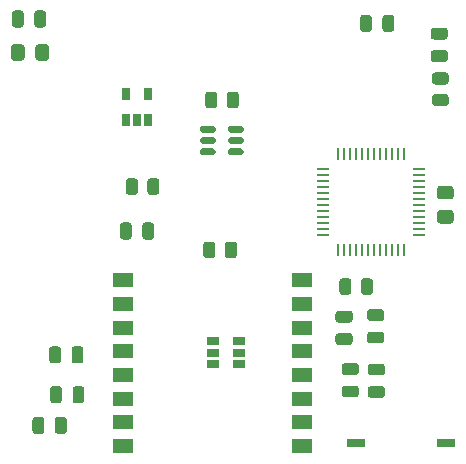
<source format=gtp>
G04 #@! TF.GenerationSoftware,KiCad,Pcbnew,5.1.7-a382d34a8~88~ubuntu18.04.1*
G04 #@! TF.CreationDate,2021-11-20T11:26:47+05:30*
G04 #@! TF.ProjectId,FrontEnd_switch_Normal_v1,46726f6e-7445-46e6-945f-737769746368,rev?*
G04 #@! TF.SameCoordinates,Original*
G04 #@! TF.FileFunction,Paste,Top*
G04 #@! TF.FilePolarity,Positive*
%FSLAX46Y46*%
G04 Gerber Fmt 4.6, Leading zero omitted, Abs format (unit mm)*
G04 Created by KiCad (PCBNEW 5.1.7-a382d34a8~88~ubuntu18.04.1) date 2021-11-20 11:26:47*
%MOMM*%
%LPD*%
G01*
G04 APERTURE LIST*
%ADD10R,1.000000X0.230000*%
%ADD11R,0.230000X1.000000*%
%ADD12R,1.600000X0.760000*%
%ADD13R,0.650000X1.060000*%
%ADD14R,1.700000X1.200000*%
%ADD15R,1.060000X0.650000*%
G04 APERTURE END LIST*
G36*
G01*
X114301000Y-92545200D02*
X114301000Y-92727600D01*
G75*
G02*
X114107200Y-92921400I-193800J0D01*
G01*
X113144800Y-92921400D01*
G75*
G02*
X112951000Y-92727600I0J193800D01*
G01*
X112951000Y-92545200D01*
G75*
G02*
X113144800Y-92351400I193800J0D01*
G01*
X114107200Y-92351400D01*
G75*
G02*
X114301000Y-92545200I0J-193800D01*
G01*
G37*
G36*
G01*
X114301000Y-91595200D02*
X114301000Y-91777600D01*
G75*
G02*
X114107200Y-91971400I-193800J0D01*
G01*
X113144800Y-91971400D01*
G75*
G02*
X112951000Y-91777600I0J193800D01*
G01*
X112951000Y-91595200D01*
G75*
G02*
X113144800Y-91401400I193800J0D01*
G01*
X114107200Y-91401400D01*
G75*
G02*
X114301000Y-91595200I0J-193800D01*
G01*
G37*
G36*
G01*
X114301000Y-90645200D02*
X114301000Y-90827600D01*
G75*
G02*
X114107200Y-91021400I-193800J0D01*
G01*
X113144800Y-91021400D01*
G75*
G02*
X112951000Y-90827600I0J193800D01*
G01*
X112951000Y-90645200D01*
G75*
G02*
X113144800Y-90451400I193800J0D01*
G01*
X114107200Y-90451400D01*
G75*
G02*
X114301000Y-90645200I0J-193800D01*
G01*
G37*
G36*
G01*
X116671000Y-90645200D02*
X116671000Y-90827600D01*
G75*
G02*
X116477200Y-91021400I-193800J0D01*
G01*
X115514800Y-91021400D01*
G75*
G02*
X115321000Y-90827600I0J193800D01*
G01*
X115321000Y-90645200D01*
G75*
G02*
X115514800Y-90451400I193800J0D01*
G01*
X116477200Y-90451400D01*
G75*
G02*
X116671000Y-90645200I0J-193800D01*
G01*
G37*
G36*
G01*
X116671000Y-91595200D02*
X116671000Y-91777600D01*
G75*
G02*
X116477200Y-91971400I-193800J0D01*
G01*
X115514800Y-91971400D01*
G75*
G02*
X115321000Y-91777600I0J193800D01*
G01*
X115321000Y-91595200D01*
G75*
G02*
X115514800Y-91401400I193800J0D01*
G01*
X116477200Y-91401400D01*
G75*
G02*
X116671000Y-91595200I0J-193800D01*
G01*
G37*
G36*
G01*
X116671000Y-92545200D02*
X116671000Y-92727600D01*
G75*
G02*
X116477200Y-92921400I-193800J0D01*
G01*
X115514800Y-92921400D01*
G75*
G02*
X115321000Y-92727600I0J193800D01*
G01*
X115321000Y-92545200D01*
G75*
G02*
X115514800Y-92351400I193800J0D01*
G01*
X116477200Y-92351400D01*
G75*
G02*
X116671000Y-92545200I0J-193800D01*
G01*
G37*
G36*
G01*
X133293999Y-97568100D02*
X134194001Y-97568100D01*
G75*
G02*
X134444000Y-97818099I0J-249999D01*
G01*
X134444000Y-98468101D01*
G75*
G02*
X134194001Y-98718100I-249999J0D01*
G01*
X133293999Y-98718100D01*
G75*
G02*
X133044000Y-98468101I0J249999D01*
G01*
X133044000Y-97818099D01*
G75*
G02*
X133293999Y-97568100I249999J0D01*
G01*
G37*
G36*
G01*
X133293999Y-95518100D02*
X134194001Y-95518100D01*
G75*
G02*
X134444000Y-95768099I0J-249999D01*
G01*
X134444000Y-96418101D01*
G75*
G02*
X134194001Y-96668100I-249999J0D01*
G01*
X133293999Y-96668100D01*
G75*
G02*
X133044000Y-96418101I0J249999D01*
G01*
X133044000Y-95768099D01*
G75*
G02*
X133293999Y-95518100I249999J0D01*
G01*
G37*
G36*
G01*
X99035000Y-84678901D02*
X99035000Y-83778899D01*
G75*
G02*
X99284999Y-83528900I249999J0D01*
G01*
X99935001Y-83528900D01*
G75*
G02*
X100185000Y-83778899I0J-249999D01*
G01*
X100185000Y-84678901D01*
G75*
G02*
X99935001Y-84928900I-249999J0D01*
G01*
X99284999Y-84928900D01*
G75*
G02*
X99035000Y-84678901I0J249999D01*
G01*
G37*
G36*
G01*
X96985000Y-84678901D02*
X96985000Y-83778899D01*
G75*
G02*
X97234999Y-83528900I249999J0D01*
G01*
X97885001Y-83528900D01*
G75*
G02*
X98135000Y-83778899I0J-249999D01*
G01*
X98135000Y-84678901D01*
G75*
G02*
X97885001Y-84928900I-249999J0D01*
G01*
X97234999Y-84928900D01*
G75*
G02*
X96985000Y-84678901I0J249999D01*
G01*
G37*
G36*
G01*
X114449000Y-87802299D02*
X114449000Y-88702301D01*
G75*
G02*
X114199001Y-88952300I-249999J0D01*
G01*
X113673999Y-88952300D01*
G75*
G02*
X113424000Y-88702301I0J249999D01*
G01*
X113424000Y-87802299D01*
G75*
G02*
X113673999Y-87552300I249999J0D01*
G01*
X114199001Y-87552300D01*
G75*
G02*
X114449000Y-87802299I0J-249999D01*
G01*
G37*
G36*
G01*
X116274000Y-87802299D02*
X116274000Y-88702301D01*
G75*
G02*
X116024001Y-88952300I-249999J0D01*
G01*
X115498999Y-88952300D01*
G75*
G02*
X115249000Y-88702301I0J249999D01*
G01*
X115249000Y-87802299D01*
G75*
G02*
X115498999Y-87552300I249999J0D01*
G01*
X116024001Y-87552300D01*
G75*
G02*
X116274000Y-87802299I0J-249999D01*
G01*
G37*
G36*
G01*
X114284000Y-100494999D02*
X114284000Y-101395001D01*
G75*
G02*
X114034001Y-101645000I-249999J0D01*
G01*
X113508999Y-101645000D01*
G75*
G02*
X113259000Y-101395001I0J249999D01*
G01*
X113259000Y-100494999D01*
G75*
G02*
X113508999Y-100245000I249999J0D01*
G01*
X114034001Y-100245000D01*
G75*
G02*
X114284000Y-100494999I0J-249999D01*
G01*
G37*
G36*
G01*
X116109000Y-100494999D02*
X116109000Y-101395001D01*
G75*
G02*
X115859001Y-101645000I-249999J0D01*
G01*
X115333999Y-101645000D01*
G75*
G02*
X115084000Y-101395001I0J249999D01*
G01*
X115084000Y-100494999D01*
G75*
G02*
X115333999Y-100245000I249999J0D01*
G01*
X115859001Y-100245000D01*
G75*
G02*
X116109000Y-100494999I0J-249999D01*
G01*
G37*
G36*
G01*
X125800000Y-103598999D02*
X125800000Y-104499001D01*
G75*
G02*
X125550001Y-104749000I-249999J0D01*
G01*
X125024999Y-104749000D01*
G75*
G02*
X124775000Y-104499001I0J249999D01*
G01*
X124775000Y-103598999D01*
G75*
G02*
X125024999Y-103349000I249999J0D01*
G01*
X125550001Y-103349000D01*
G75*
G02*
X125800000Y-103598999I0J-249999D01*
G01*
G37*
G36*
G01*
X127625000Y-103598999D02*
X127625000Y-104499001D01*
G75*
G02*
X127375001Y-104749000I-249999J0D01*
G01*
X126849999Y-104749000D01*
G75*
G02*
X126600000Y-104499001I0J249999D01*
G01*
X126600000Y-103598999D01*
G75*
G02*
X126849999Y-103349000I249999J0D01*
G01*
X127375001Y-103349000D01*
G75*
G02*
X127625000Y-103598999I0J-249999D01*
G01*
G37*
G36*
G01*
X132881999Y-87743600D02*
X133782001Y-87743600D01*
G75*
G02*
X134032000Y-87993599I0J-249999D01*
G01*
X134032000Y-88518601D01*
G75*
G02*
X133782001Y-88768600I-249999J0D01*
G01*
X132881999Y-88768600D01*
G75*
G02*
X132632000Y-88518601I0J249999D01*
G01*
X132632000Y-87993599D01*
G75*
G02*
X132881999Y-87743600I249999J0D01*
G01*
G37*
G36*
G01*
X132881999Y-85918600D02*
X133782001Y-85918600D01*
G75*
G02*
X134032000Y-86168599I0J-249999D01*
G01*
X134032000Y-86693601D01*
G75*
G02*
X133782001Y-86943600I-249999J0D01*
G01*
X132881999Y-86943600D01*
G75*
G02*
X132632000Y-86693601I0J249999D01*
G01*
X132632000Y-86168599D01*
G75*
G02*
X132881999Y-85918600I249999J0D01*
G01*
G37*
G36*
G01*
X107723000Y-95135299D02*
X107723000Y-96035301D01*
G75*
G02*
X107473001Y-96285300I-249999J0D01*
G01*
X106947999Y-96285300D01*
G75*
G02*
X106698000Y-96035301I0J249999D01*
G01*
X106698000Y-95135299D01*
G75*
G02*
X106947999Y-94885300I249999J0D01*
G01*
X107473001Y-94885300D01*
G75*
G02*
X107723000Y-95135299I0J-249999D01*
G01*
G37*
G36*
G01*
X109548000Y-95135299D02*
X109548000Y-96035301D01*
G75*
G02*
X109298001Y-96285300I-249999J0D01*
G01*
X108772999Y-96285300D01*
G75*
G02*
X108523000Y-96035301I0J249999D01*
G01*
X108523000Y-95135299D01*
G75*
G02*
X108772999Y-94885300I249999J0D01*
G01*
X109298001Y-94885300D01*
G75*
G02*
X109548000Y-95135299I0J-249999D01*
G01*
G37*
G36*
G01*
X102108000Y-110307000D02*
X102108000Y-109357000D01*
G75*
G02*
X102358000Y-109107000I250000J0D01*
G01*
X102858000Y-109107000D01*
G75*
G02*
X103108000Y-109357000I0J-250000D01*
G01*
X103108000Y-110307000D01*
G75*
G02*
X102858000Y-110557000I-250000J0D01*
G01*
X102358000Y-110557000D01*
G75*
G02*
X102108000Y-110307000I0J250000D01*
G01*
G37*
G36*
G01*
X100208000Y-110307000D02*
X100208000Y-109357000D01*
G75*
G02*
X100458000Y-109107000I250000J0D01*
G01*
X100958000Y-109107000D01*
G75*
G02*
X101208000Y-109357000I0J-250000D01*
G01*
X101208000Y-110307000D01*
G75*
G02*
X100958000Y-110557000I-250000J0D01*
G01*
X100458000Y-110557000D01*
G75*
G02*
X100208000Y-110307000I0J250000D01*
G01*
G37*
G36*
G01*
X100691000Y-116284000D02*
X100691000Y-115334000D01*
G75*
G02*
X100941000Y-115084000I250000J0D01*
G01*
X101441000Y-115084000D01*
G75*
G02*
X101691000Y-115334000I0J-250000D01*
G01*
X101691000Y-116284000D01*
G75*
G02*
X101441000Y-116534000I-250000J0D01*
G01*
X100941000Y-116534000D01*
G75*
G02*
X100691000Y-116284000I0J250000D01*
G01*
G37*
G36*
G01*
X98791000Y-116284000D02*
X98791000Y-115334000D01*
G75*
G02*
X99041000Y-115084000I250000J0D01*
G01*
X99541000Y-115084000D01*
G75*
G02*
X99791000Y-115334000I0J-250000D01*
G01*
X99791000Y-116284000D01*
G75*
G02*
X99541000Y-116534000I-250000J0D01*
G01*
X99041000Y-116534000D01*
G75*
G02*
X98791000Y-116284000I0J250000D01*
G01*
G37*
G36*
G01*
X128425000Y-82242700D02*
X128425000Y-81292700D01*
G75*
G02*
X128675000Y-81042700I250000J0D01*
G01*
X129175000Y-81042700D01*
G75*
G02*
X129425000Y-81292700I0J-250000D01*
G01*
X129425000Y-82242700D01*
G75*
G02*
X129175000Y-82492700I-250000J0D01*
G01*
X128675000Y-82492700D01*
G75*
G02*
X128425000Y-82242700I0J250000D01*
G01*
G37*
G36*
G01*
X126525000Y-82242700D02*
X126525000Y-81292700D01*
G75*
G02*
X126775000Y-81042700I250000J0D01*
G01*
X127275000Y-81042700D01*
G75*
G02*
X127525000Y-81292700I0J-250000D01*
G01*
X127525000Y-82242700D01*
G75*
G02*
X127275000Y-82492700I-250000J0D01*
G01*
X126775000Y-82492700D01*
G75*
G02*
X126525000Y-82242700I0J250000D01*
G01*
G37*
G36*
G01*
X108105000Y-99819500D02*
X108105000Y-98869500D01*
G75*
G02*
X108355000Y-98619500I250000J0D01*
G01*
X108855000Y-98619500D01*
G75*
G02*
X109105000Y-98869500I0J-250000D01*
G01*
X109105000Y-99819500D01*
G75*
G02*
X108855000Y-100069500I-250000J0D01*
G01*
X108355000Y-100069500D01*
G75*
G02*
X108105000Y-99819500I0J250000D01*
G01*
G37*
G36*
G01*
X106205000Y-99819500D02*
X106205000Y-98869500D01*
G75*
G02*
X106455000Y-98619500I250000J0D01*
G01*
X106955000Y-98619500D01*
G75*
G02*
X107205000Y-98869500I0J-250000D01*
G01*
X107205000Y-99819500D01*
G75*
G02*
X106955000Y-100069500I-250000J0D01*
G01*
X106455000Y-100069500D01*
G75*
G02*
X106205000Y-99819500I0J250000D01*
G01*
G37*
G36*
G01*
X126175000Y-111534000D02*
X125225000Y-111534000D01*
G75*
G02*
X124975000Y-111284000I0J250000D01*
G01*
X124975000Y-110784000D01*
G75*
G02*
X125225000Y-110534000I250000J0D01*
G01*
X126175000Y-110534000D01*
G75*
G02*
X126425000Y-110784000I0J-250000D01*
G01*
X126425000Y-111284000D01*
G75*
G02*
X126175000Y-111534000I-250000J0D01*
G01*
G37*
G36*
G01*
X126175000Y-113434000D02*
X125225000Y-113434000D01*
G75*
G02*
X124975000Y-113184000I0J250000D01*
G01*
X124975000Y-112684000D01*
G75*
G02*
X125225000Y-112434000I250000J0D01*
G01*
X126175000Y-112434000D01*
G75*
G02*
X126425000Y-112684000I0J-250000D01*
G01*
X126425000Y-113184000D01*
G75*
G02*
X126175000Y-113434000I-250000J0D01*
G01*
G37*
G36*
G01*
X124699000Y-107991000D02*
X125649000Y-107991000D01*
G75*
G02*
X125899000Y-108241000I0J-250000D01*
G01*
X125899000Y-108741000D01*
G75*
G02*
X125649000Y-108991000I-250000J0D01*
G01*
X124699000Y-108991000D01*
G75*
G02*
X124449000Y-108741000I0J250000D01*
G01*
X124449000Y-108241000D01*
G75*
G02*
X124699000Y-107991000I250000J0D01*
G01*
G37*
G36*
G01*
X124699000Y-106091000D02*
X125649000Y-106091000D01*
G75*
G02*
X125899000Y-106341000I0J-250000D01*
G01*
X125899000Y-106841000D01*
G75*
G02*
X125649000Y-107091000I-250000J0D01*
G01*
X124699000Y-107091000D01*
G75*
G02*
X124449000Y-106841000I0J250000D01*
G01*
X124449000Y-106341000D01*
G75*
G02*
X124699000Y-106091000I250000J0D01*
G01*
G37*
G36*
G01*
X128387000Y-111574000D02*
X127437000Y-111574000D01*
G75*
G02*
X127187000Y-111324000I0J250000D01*
G01*
X127187000Y-110824000D01*
G75*
G02*
X127437000Y-110574000I250000J0D01*
G01*
X128387000Y-110574000D01*
G75*
G02*
X128637000Y-110824000I0J-250000D01*
G01*
X128637000Y-111324000D01*
G75*
G02*
X128387000Y-111574000I-250000J0D01*
G01*
G37*
G36*
G01*
X128387000Y-113474000D02*
X127437000Y-113474000D01*
G75*
G02*
X127187000Y-113224000I0J250000D01*
G01*
X127187000Y-112724000D01*
G75*
G02*
X127437000Y-112474000I250000J0D01*
G01*
X128387000Y-112474000D01*
G75*
G02*
X128637000Y-112724000I0J-250000D01*
G01*
X128637000Y-113224000D01*
G75*
G02*
X128387000Y-113474000I-250000J0D01*
G01*
G37*
G36*
G01*
X127371000Y-107867000D02*
X128321000Y-107867000D01*
G75*
G02*
X128571000Y-108117000I0J-250000D01*
G01*
X128571000Y-108617000D01*
G75*
G02*
X128321000Y-108867000I-250000J0D01*
G01*
X127371000Y-108867000D01*
G75*
G02*
X127121000Y-108617000I0J250000D01*
G01*
X127121000Y-108117000D01*
G75*
G02*
X127371000Y-107867000I250000J0D01*
G01*
G37*
G36*
G01*
X127371000Y-105967000D02*
X128321000Y-105967000D01*
G75*
G02*
X128571000Y-106217000I0J-250000D01*
G01*
X128571000Y-106717000D01*
G75*
G02*
X128321000Y-106967000I-250000J0D01*
G01*
X127371000Y-106967000D01*
G75*
G02*
X127121000Y-106717000I0J250000D01*
G01*
X127121000Y-106217000D01*
G75*
G02*
X127371000Y-105967000I250000J0D01*
G01*
G37*
G36*
G01*
X102187000Y-113685000D02*
X102187000Y-112735000D01*
G75*
G02*
X102437000Y-112485000I250000J0D01*
G01*
X102937000Y-112485000D01*
G75*
G02*
X103187000Y-112735000I0J-250000D01*
G01*
X103187000Y-113685000D01*
G75*
G02*
X102937000Y-113935000I-250000J0D01*
G01*
X102437000Y-113935000D01*
G75*
G02*
X102187000Y-113685000I0J250000D01*
G01*
G37*
G36*
G01*
X100287000Y-113685000D02*
X100287000Y-112735000D01*
G75*
G02*
X100537000Y-112485000I250000J0D01*
G01*
X101037000Y-112485000D01*
G75*
G02*
X101287000Y-112735000I0J-250000D01*
G01*
X101287000Y-113685000D01*
G75*
G02*
X101037000Y-113935000I-250000J0D01*
G01*
X100537000Y-113935000D01*
G75*
G02*
X100287000Y-113685000I0J250000D01*
G01*
G37*
G36*
G01*
X132758000Y-84031200D02*
X133708000Y-84031200D01*
G75*
G02*
X133958000Y-84281200I0J-250000D01*
G01*
X133958000Y-84781200D01*
G75*
G02*
X133708000Y-85031200I-250000J0D01*
G01*
X132758000Y-85031200D01*
G75*
G02*
X132508000Y-84781200I0J250000D01*
G01*
X132508000Y-84281200D01*
G75*
G02*
X132758000Y-84031200I250000J0D01*
G01*
G37*
G36*
G01*
X132758000Y-82131200D02*
X133708000Y-82131200D01*
G75*
G02*
X133958000Y-82381200I0J-250000D01*
G01*
X133958000Y-82881200D01*
G75*
G02*
X133708000Y-83131200I-250000J0D01*
G01*
X132758000Y-83131200D01*
G75*
G02*
X132508000Y-82881200I0J250000D01*
G01*
X132508000Y-82381200D01*
G75*
G02*
X132758000Y-82131200I250000J0D01*
G01*
G37*
G36*
G01*
X98941000Y-81869300D02*
X98941000Y-80919300D01*
G75*
G02*
X99191000Y-80669300I250000J0D01*
G01*
X99691000Y-80669300D01*
G75*
G02*
X99941000Y-80919300I0J-250000D01*
G01*
X99941000Y-81869300D01*
G75*
G02*
X99691000Y-82119300I-250000J0D01*
G01*
X99191000Y-82119300D01*
G75*
G02*
X98941000Y-81869300I0J250000D01*
G01*
G37*
G36*
G01*
X97041000Y-81869300D02*
X97041000Y-80919300D01*
G75*
G02*
X97291000Y-80669300I250000J0D01*
G01*
X97791000Y-80669300D01*
G75*
G02*
X98041000Y-80919300I0J-250000D01*
G01*
X98041000Y-81869300D01*
G75*
G02*
X97791000Y-82119300I-250000J0D01*
G01*
X97291000Y-82119300D01*
G75*
G02*
X97041000Y-81869300I0J250000D01*
G01*
G37*
D10*
X131559000Y-99133700D03*
D11*
X130289000Y-92783700D03*
X129781000Y-92783700D03*
X129273000Y-92783700D03*
X128765000Y-92783700D03*
X128257000Y-92783700D03*
X127749000Y-92783700D03*
X127241000Y-92783700D03*
X126733000Y-92783700D03*
X126225000Y-92783700D03*
X125717000Y-92783700D03*
X125209000Y-92783700D03*
X124701000Y-92783700D03*
D10*
X123431000Y-94053700D03*
X123431000Y-94561700D03*
X123431000Y-95577700D03*
X123431000Y-96085700D03*
X123431000Y-96593700D03*
X123431000Y-97101700D03*
X123431000Y-97609700D03*
X123431000Y-98117700D03*
X123431000Y-98625700D03*
X123431000Y-99133700D03*
X123431000Y-99641700D03*
D11*
X125209000Y-100911700D03*
X125717000Y-100911700D03*
X126225000Y-100911700D03*
X126733000Y-100911700D03*
X127241000Y-100911700D03*
X127749000Y-100911700D03*
X128257000Y-100911700D03*
X128765000Y-100911700D03*
X129273000Y-100911700D03*
X129781000Y-100911700D03*
X130289000Y-100911700D03*
D10*
X131559000Y-99641700D03*
X131559000Y-98625700D03*
X131559000Y-98117700D03*
X131559000Y-97609700D03*
X131559000Y-97101700D03*
X131559000Y-96593700D03*
X131559000Y-96085700D03*
X131559000Y-95577700D03*
X131559000Y-95069700D03*
X131559000Y-94561700D03*
X131559000Y-94053700D03*
D11*
X124701000Y-100911700D03*
D10*
X123431000Y-95069700D03*
D12*
X133764000Y-117282000D03*
X126144000Y-117282000D03*
D13*
X106705000Y-87756800D03*
X108605000Y-87756800D03*
X108605000Y-89956800D03*
X107655000Y-89956800D03*
X106705000Y-89956800D03*
D14*
X106426000Y-103533000D03*
X106426000Y-105533000D03*
X106426000Y-107533000D03*
X106426000Y-109533000D03*
X106426000Y-111533000D03*
X106426000Y-113533000D03*
X106426000Y-115533000D03*
X106426000Y-117533000D03*
X121656000Y-117533000D03*
X121656000Y-115533000D03*
X121656000Y-113533000D03*
X121656000Y-111533000D03*
X121656000Y-109533000D03*
X121656000Y-107533000D03*
X121656000Y-105533000D03*
X121656000Y-103533000D03*
D15*
X114089000Y-108687000D03*
X114089000Y-109637000D03*
X114089000Y-110587000D03*
X116289000Y-110587000D03*
X116289000Y-108687000D03*
X116289000Y-109637000D03*
M02*

</source>
